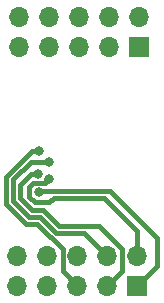
<source format=gbr>
%TF.GenerationSoftware,KiCad,Pcbnew,(5.99.0-2820-g96f4e8f6f)*%
%TF.CreationDate,2020-10-02T17:31:35+02:00*%
%TF.ProjectId,dbg_connect_cable,6462675f-636f-46e6-9e65-63745f636162,rev?*%
%TF.SameCoordinates,Original*%
%TF.FileFunction,Copper,L2,Bot*%
%TF.FilePolarity,Positive*%
%FSLAX46Y46*%
G04 Gerber Fmt 4.6, Leading zero omitted, Abs format (unit mm)*
G04 Created by KiCad (PCBNEW (5.99.0-2820-g96f4e8f6f)) date 2020-10-02 17:31:35*
%MOMM*%
%LPD*%
G01*
G04 APERTURE LIST*
%TA.AperFunction,ComponentPad*%
%ADD10R,1.700000X1.700000*%
%TD*%
%TA.AperFunction,ComponentPad*%
%ADD11O,1.700000X1.700000*%
%TD*%
%TA.AperFunction,ViaPad*%
%ADD12C,0.800000*%
%TD*%
%TA.AperFunction,Conductor*%
%ADD13C,0.400000*%
%TD*%
G04 APERTURE END LIST*
D10*
%TO.P,J2,1,Pin_1*%
%TO.N,/A1*%
X150000000Y-80300000D03*
D11*
%TO.P,J2,2,Pin_2*%
%TO.N,/A2*%
X150000000Y-77760000D03*
%TO.P,J2,3,Pin_3*%
%TO.N,/A3*%
X147460000Y-80300000D03*
%TO.P,J2,4,Pin_4*%
%TO.N,/A4*%
X147460000Y-77760000D03*
%TO.P,J2,5,Pin_5*%
%TO.N,/A5*%
X144920000Y-80300000D03*
%TO.P,J2,6,Pin_6*%
%TO.N,/A6*%
X144920000Y-77760000D03*
%TO.P,J2,7,Pin_7*%
%TO.N,/A7*%
X142380000Y-80300000D03*
%TO.P,J2,8,Pin_8*%
%TO.N,/A8*%
X142380000Y-77760000D03*
%TO.P,J2,9,Pin_9*%
%TO.N,/A9*%
X139840000Y-80300000D03*
%TO.P,J2,10,Pin_10*%
%TO.N,/A10*%
X139840000Y-77760000D03*
%TD*%
D10*
%TO.P,J1,1,Pin_1*%
%TO.N,/B1*%
X149900000Y-100500000D03*
D11*
%TO.P,J1,2,Pin_2*%
%TO.N,/B2*%
X149900000Y-97960000D03*
%TO.P,J1,3,Pin_3*%
%TO.N,/B3*%
X147360000Y-100500000D03*
%TO.P,J1,4,Pin_4*%
%TO.N,/B4*%
X147360000Y-97960000D03*
%TO.P,J1,5,Pin_5*%
%TO.N,/B5*%
X144820000Y-100500000D03*
%TO.P,J1,6,Pin_6*%
%TO.N,/B6*%
X144820000Y-97960000D03*
%TO.P,J1,7,Pin_7*%
%TO.N,/B7*%
X142280000Y-100500000D03*
%TO.P,J1,8,Pin_8*%
%TO.N,/B8*%
X142280000Y-97960000D03*
%TO.P,J1,9,Pin_9*%
%TO.N,/B9*%
X139740000Y-100500000D03*
%TO.P,J1,10,Pin_10*%
%TO.N,/B10*%
X139740000Y-97960000D03*
%TD*%
D12*
%TO.N,/B2*%
X142400000Y-91500000D03*
%TO.N,/B1*%
X141600000Y-92600000D03*
%TO.N,/B5*%
X141600000Y-89100000D03*
%TO.N,/B4*%
X142400000Y-90000000D03*
%TO.N,/B3*%
X141500000Y-91000000D03*
%TD*%
D13*
%TO.N,/B4*%
X139400000Y-93297084D02*
X140752935Y-94650019D01*
X142400000Y-90000000D02*
X140900000Y-90000000D01*
X140752935Y-94650019D02*
X141669675Y-94650020D01*
X139400000Y-91500000D02*
X139400000Y-93297084D01*
X141669675Y-94650020D02*
X143019655Y-96000000D01*
X140900000Y-90000000D02*
X139400000Y-91500000D01*
X143019655Y-96000000D02*
X145400000Y-96000000D01*
X145400000Y-96000000D02*
X147360000Y-97960000D01*
%TO.N,/B3*%
X148610001Y-97359999D02*
X146650002Y-95400000D01*
X140934315Y-91000000D02*
X141500000Y-91000000D01*
X141918207Y-94050010D02*
X141001468Y-94050010D01*
X148610001Y-99249999D02*
X148610001Y-97359999D01*
X143268197Y-95400000D02*
X141918207Y-94050010D01*
X140000000Y-93048542D02*
X140000000Y-91934315D01*
X147360000Y-100500000D02*
X148610001Y-99249999D01*
X146650002Y-95400000D02*
X143268197Y-95400000D01*
X141001468Y-94050010D02*
X140000000Y-93048542D01*
X140000000Y-91934315D02*
X140934315Y-91000000D01*
%TO.N,/B5*%
X138799990Y-93545616D02*
X138799991Y-91251467D01*
X143569999Y-97399997D02*
X141420031Y-95250029D01*
X144820000Y-100500000D02*
X143569999Y-99249999D01*
X140504404Y-95250028D02*
X138799990Y-93545616D01*
X143569999Y-99249999D02*
X143569999Y-97399997D01*
X141420031Y-95250029D02*
X140504404Y-95250028D01*
X138799991Y-91251467D02*
X140951458Y-89100000D01*
X140951458Y-89100000D02*
X141500000Y-89100000D01*
%TO.N,/B2*%
X142450000Y-93450000D02*
X142835001Y-93064999D01*
X140750000Y-92150000D02*
X140750000Y-92950000D01*
X140750000Y-92950000D02*
X141250000Y-93450000D01*
X141100000Y-91800000D02*
X140750000Y-92150000D01*
X141250000Y-93450000D02*
X142450000Y-93450000D01*
X142400000Y-91500000D02*
X142100000Y-91800000D01*
X142100000Y-91800000D02*
X141100000Y-91800000D01*
X142400000Y-91500000D02*
X142184002Y-91500000D01*
X142835001Y-93064999D02*
X147064999Y-93064999D01*
X149900000Y-95900000D02*
X149900000Y-97960000D01*
X147064999Y-93064999D02*
X149900000Y-95900000D01*
%TO.N,/B1*%
X141735011Y-92464989D02*
X147564989Y-92464989D01*
X141600000Y-92600000D02*
X141735011Y-92464989D01*
X147564989Y-92464989D02*
X151600000Y-96500000D01*
X151600000Y-96500000D02*
X151600000Y-98800000D01*
X151600000Y-98800000D02*
X149900000Y-100500000D01*
%TD*%
M02*

</source>
